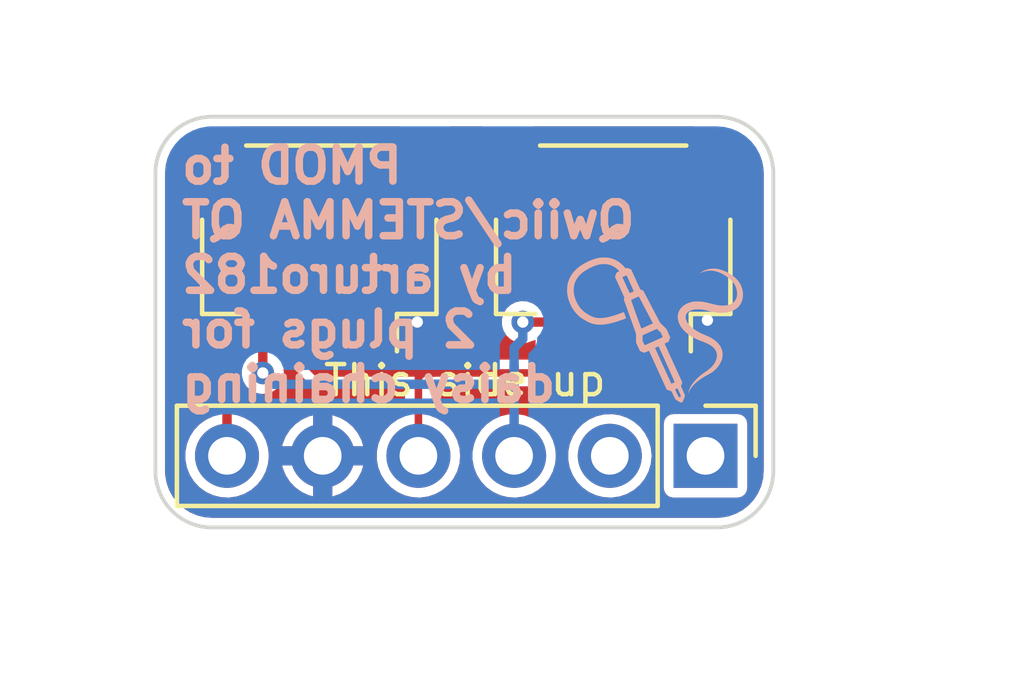
<source format=kicad_pcb>
(kicad_pcb (version 20201116) (generator pcbnew)
  (layers (0 "F.Cu" signal) (31 "B.Cu" signal) (34 "B.Paste" user) (35 "F.Paste" user) (36 "B.SilkS" user "B.Silkscreen") (37 "F.SilkS" user "F.Silkscreen") (38 "B.Mask" user) (39 "F.Mask" user) (44 "Edge.Cuts" user))
  (net 0 "")
  (net 1 "GND")
  (net 2 "+3V3")
  (net 3 "/SDA")
  (net 4 "/SCL")
  (net 5 "Net-(J1-Pad2)")
  (net 6 "/INT")
  (footprint "Connector_PinHeader_2.54mm:PinHeader_1x06_P2.54mm_Vertical" (layer "F.Cu") (at 154.4 80.8 -90)
    (fp_text reference "J1" hide)
    (fp_text value "PMOD")
    (fp_line (start -1.33 0) (end -1.33 -1.33) (layer "F.SilkS") (width 0.12))
    (fp_line (start -1.33 -1.33) (end 0 -1.33) (layer "F.SilkS") (width 0.12))
    (fp_line (start -1.33 14.03) (end 1.33 14.03) (layer "F.SilkS") (width 0.12))
    (fp_line (start -1.33 1.27) (end -1.33 14.03) (layer "F.SilkS") (width 0.12))
    (fp_line (start 1.33 1.27) (end 1.33 14.03) (layer "F.SilkS") (width 0.12))
    (fp_line (start -1.33 1.27) (end 1.33 1.27) (layer "F.SilkS") (width 0.12))
    (pad "1" thru_hole rect (at 0 0 270) (size 1.7 1.7) (drill 1) (layers *.Cu *.Mask) (net 6 "/INT"))
    (pad "2" thru_hole oval (at 0 2.54 270) (size 1.7 1.7) (drill 1) (layers *.Cu *.Mask) (net 5 "Net-(J1-Pad2)"))
    (pad "3" thru_hole oval (at 0 5.08 270) (size 1.7 1.7) (drill 1) (layers *.Cu *.Mask) (net 4 "/SCL"))
    (pad "4" thru_hole oval (at 0 7.62 270) (size 1.7 1.7) (drill 1) (layers *.Cu *.Mask) (net 3 "/SDA"))
    (pad "5" thru_hole oval (at 0 10.16 270) (size 1.7 1.7) (drill 1) (layers *.Cu *.Mask) (net 1 "GND"))
    (pad "6" thru_hole oval (at 0 12.7 270) (size 1.7 1.7) (drill 1) (layers *.Cu *.Mask) (net 2 "+3V3"))
  )
  (footprint "Connector_JST:JST_SH_SM04B-SRSS-TB_1x04-1MP_P1.00mm_Horizontal" (layer "F.Cu") (at 144.15 75.25 180)
    (fp_text reference "J2" hide)
    (fp_text value "Conn_Stemma_QT")
    (fp_line (start 3.11 0.715) (end 3.11 -1.785) (layer "F.SilkS") (width 0.12))
    (fp_line (start -3.11 -1.785) (end -2.06 -1.785) (layer "F.SilkS") (width 0.12))
    (fp_line (start -3.11 0.715) (end -3.11 -1.785) (layer "F.SilkS") (width 0.12))
    (fp_line (start 3.11 -1.785) (end 2.06 -1.785) (layer "F.SilkS") (width 0.12))
    (fp_line (start -2.06 -1.785) (end -2.06 -2.775) (layer "F.SilkS") (width 0.12))
    (fp_line (start -1.94 2.685) (end 1.94 2.685) (layer "F.SilkS") (width 0.12))
    (pad "1" smd roundrect (at -1.5 -2 180) (size 0.6 1.55) (layers "F.Cu" "F.Paste" "F.Mask") (net 1 "GND"))
    (pad "2" smd roundrect (at -0.5 -2 180) (size 0.6 1.55) (layers "F.Cu" "F.Paste" "F.Mask") (net 2 "+3V3"))
    (pad "3" smd roundrect (at 0.5 -2 180) (size 0.6 1.55) (layers "F.Cu" "F.Paste" "F.Mask") (net 3 "/SDA"))
    (pad "4" smd roundrect (at 1.5 -2 180) (size 0.6 1.55) (layers "F.Cu" "F.Paste" "F.Mask") (net 4 "/SCL"))
    (pad "MP" smd roundrect (at 2.8 1.875 180) (size 1.2 1.8) (layers "F.Cu" "F.Paste" "F.Mask") (roundrect_rratio 0.2083333333333333))
    (pad "MP" smd roundrect (at -2.8 1.875 180) (size 1.2 1.8) (layers "F.Cu" "F.Paste" "F.Mask") (roundrect_rratio 0.2083333333333333))
  )
  (footprint "Connector_JST:JST_SH_SM04B-SRSS-TB_1x04-1MP_P1.00mm_Horizontal" (layer "F.Cu") (at 151.95 75.25 180)
    (fp_text reference "J3" hide)
    (fp_text value "Conn_Stemma_QT")
    (fp_line (start 3.11 0.715) (end 3.11 -1.785) (layer "F.SilkS") (width 0.12))
    (fp_line (start -3.11 -1.785) (end -2.06 -1.785) (layer "F.SilkS") (width 0.12))
    (fp_line (start -1.94 2.685) (end 1.94 2.685) (layer "F.SilkS") (width 0.12))
    (fp_line (start -2.06 -1.785) (end -2.06 -2.775) (layer "F.SilkS") (width 0.12))
    (fp_line (start -3.11 0.715) (end -3.11 -1.785) (layer "F.SilkS") (width 0.12))
    (fp_line (start 3.11 -1.785) (end 2.06 -1.785) (layer "F.SilkS") (width 0.12))
    (pad "1" smd roundrect (at -1.5 -2 180) (size 0.6 1.55) (layers "F.Cu" "F.Paste" "F.Mask") (net 1 "GND"))
    (pad "2" smd roundrect (at -0.5 -2 180) (size 0.6 1.55) (layers "F.Cu" "F.Paste" "F.Mask") (net 2 "+3V3"))
    (pad "3" smd roundrect (at 0.5 -2 180) (size 0.6 1.55) (layers "F.Cu" "F.Paste" "F.Mask") (net 3 "/SDA"))
    (pad "4" smd roundrect (at 1.5 -2 180) (size 0.6 1.55) (layers "F.Cu" "F.Paste" "F.Mask") (net 4 "/SCL"))
    (pad "MP" smd roundrect (at 2.8 1.875 180) (size 1.2 1.8) (layers "F.Cu" "F.Paste" "F.Mask") (roundrect_rratio 0.2083333333333333))
    (pad "MP" smd roundrect (at -2.8 1.875 180) (size 1.2 1.8) (layers "F.Cu" "F.Paste" "F.Mask") (roundrect_rratio 0.2083333333333333))
  )
  (footprint "Symbols_Extra:SolderParty-New-Logo_5x4.2mm_SilkScreen" (layer "B.Cu") (at 152.9 77.3 180)
    (fp_text reference "G***" hide)
    (fp_text value "LOGO" hide)
    (fp_poly (pts (xy -1.659402 1.467807) (xy -1.588256 1.458206) (xy -1.519874 1.43961) (xy -1.453089 1.411698) (xy -1.386738 1.374149) (xy -1.383751 1.372232) (xy -1.364433 1.359346) (xy -1.353554 1.351074) (xy -1.351181 1.3475) (xy -1.357382 1.348711) (xy -1.36875 1.353263) (xy -1.400607 1.366828) (xy -1.426134 1.37702) (xy -1.448008 1.384814) (xy -1.468903 1.391187) (xy -1.483243 1.395034) (xy -1.558942 1.409927) (xy -1.632463 1.415102) (xy -1.703958 1.410567) (xy -1.723096 1.407652) (xy -1.798972 1.390048) (xy -1.874526 1.363288) (xy -1.950061 1.327208) (xy -2.025883 1.281648) (xy -2.102295 1.226448) (xy -2.166305 1.173264) (xy -2.21714 1.122359) (xy -2.259165 1.066726) (xy -2.29242 1.006294) (xy -2.316942 0.940995) (xy -2.332767 0.870761) (xy -2.333247 0.867671) (xy -2.338517 0.806089) (xy -2.335079 0.749099) (xy -2.323241 0.696973) (xy -2.303313 0.649979) (xy -2.275604 0.608388) (xy -2.240424 0.572471) (xy -2.198081 0.542497) (xy -2.148885 0.518736) (xy -2.093146 0.501459) (xy -2.031172 0.490936) (xy -1.963273 0.487437) (xy -1.901103 0.49019) (xy -1.871361 0.493096) (xy -1.842098 0.496841) (xy -1.811767 0.501735) (xy -1.778822 0.508086) (xy -1.741718 0.516204) (xy -1.69891 0.526399) (xy -1.648851 0.538979) (xy -1.62 0.54642) (xy -1.565151 0.56037) (xy -1.518032 0.571598) (xy -1.476837 0.580378) (xy -1.439756 0.586984) (xy -1.40498 0.59169) (xy -1.370699 0.59477) (xy -1.335106 0.596499) (xy -1.296392 0.597149) (xy -1.285 0.597176) (xy -1.249741 0.597049) (xy -1.222226 0.596553) (xy -1.200203 0.595492) (xy -1.181418 0.593671) (xy -1.163617 0.590896) (xy -1.144547 0.586972) (xy -1.131096 0.583876) (xy -1.062048 0.563692) (xy -0.998812 0.537248) (xy -0.94194 0.504996) (xy -0.891982 0.467386) (xy -0.849488 0.424869) (xy -0.81501 0.377896) (xy -0.789098 0.326916) (xy -0.777964 0.294845) (xy -0.765546 0.234571) (xy -0.762815 0.173592) (xy -0.769519 0.112338) (xy -0.785412 0.051237) (xy -0.810241 -0.00928) (xy -0.843759 -0.068784) (xy -0.885716 -0.126846) (xy -0.935862 -0.183038) (xy -0.993948 -0.236929) (xy -1.059725 -0.28809) (xy -1.132942 -0.336091) (xy -1.150635 -0.346539) (xy -1.21419 -0.380607) (xy -1.286948 -0.414599) (xy -1.368116 -0.448156) (xy -1.4125 -0.464989) (xy -1.477078 -0.489864) (xy -1.53298 -0.513828) (xy -1.581403 -0.537553) (xy -1.623548 -0.56171) (xy -1.660611 -0.586968) (xy -1.693792 -0.613999) (xy -1.715577 -0.63456) (xy -1.751723 -0.676974) (xy -1.778336 -0.72228) (xy -1.795391 -0.770275) (xy -1.802866 -0.820756) (xy -1.800735 -0.873518) (xy -1.788975 -0.928359) (xy -1.767561 -0.985075) (xy -1.759183 -1.00256) (xy -1.730392 -1.053324) (xy -1.6965 -1.100478) (xy -1.656455 -1.145132) (xy -1.609201 -1.188396) (xy -1.553684 -1.231382) (xy -1.519323 -1.255257) (xy -1.466211 -1.291545) (xy -1.420161 -1.324488) (xy -1.379439 -1.355503) (xy -1.342313 -1.386006) (xy -1.307049 -1.417414) (xy -1.271916 -1.451143) (xy -1.24 -1.483589) (xy -1.189066 -1.540422) (xy -1.145134 -1.597626) (xy -1.108662 -1.654407) (xy -1.080107 -1.709969) (xy -1.059928 -1.763516) (xy -1.048582 -1.814254) (xy -1.048267 -1.816608) (xy -1.047038 -1.83112) (xy -1.047593 -1.839448) (xy -1.049627 -1.840265) (xy -1.052278 -1.834111) (xy -1.05489 -1.82558) (xy -1.058969 -1.812055) (xy -1.060228 -1.807856) (xy -1.074505 -1.771796) (xy -1.0965 -1.732042) (xy -1.125278 -1.689916) (xy -1.159905 -1.64674) (xy -1.199446 -1.603836) (xy -1.216155 -1.587309) (xy -1.273306 -1.53593) (xy -1.335944 -1.486827) (xy -1.40525 -1.439179) (xy -1.482403 -1.392164) (xy -1.55 -1.354758) (xy -1.578649 -1.339221) (xy -1.608082 -1.322764) (xy -1.635442 -1.307018) (xy -1.657868 -1.293612) (xy -1.664526 -1.289456) (xy -1.694347 -1.268267) (xy -1.727518 -1.240944) (xy -1.761774 -1.209628) (xy -1.79485 -1.176463) (xy -1.824484 -1.14359) (xy -1.842849 -1.120732) (xy -1.86525 -1.088052) (xy -1.887534 -1.050282) (xy -1.908167 -1.010428) (xy -1.925612 -0.971496) (xy -1.938333 -0.936494) (xy -1.940189 -0.930183) (xy -1.946867 -0.898839) (xy -1.951464 -0.861857) (xy -1.95384 -0.82254) (xy -1.953856 -0.784191) (xy -1.951373 -0.750112) (xy -1.948514 -0.732562) (xy -1.929685 -0.668098) (xy -1.901453 -0.606925) (xy -1.863902 -0.549167) (xy -1.817114 -0.494951) (xy -1.761173 -0.4444) (xy -1.7525 -0.437533) (xy -1.723518 -0.415695) (xy -1.695243 -0.39615) (xy -1.666096 -0.378044) (xy -1.634498 -0.360522) (xy -1.598868 -0.34273) (xy -1.557629 -0.323812) (xy -1.509199 -0.302914) (xy -1.485 -0.292786) (xy -1.391216 -0.251211) (xy -1.307155 -0.208424) (xy -1.232599 -0.16428) (xy -1.167329 -0.118635) (xy -1.111128 -0.071347) (xy -1.063775 -0.02227) (xy -1.052366 -0.008554) (xy -1.017835 0.039844) (xy -0.992927 0.086832) (xy -0.977521 0.132002) (xy -0.971496 0.174951) (xy -0.97473 0.215271) (xy -0.987101 0.252558) (xy -1.008488 0.286407) (xy -1.038769 0.316411) (xy -1.077822 0.342165) (xy -1.125525 0.363264) (xy -1.167703 0.37599) (xy -1.186749 0.380377) (xy -1.204758 0.383468) (xy -1.224139 0.385467) (xy -1.247298 0.386578) (xy -1.276643 0.387006) (xy -1.2975 0.387022) (xy -1.3325 0.386613) (xy -1.363851 0.385371) (xy -1.393462 0.383012) (xy -1.423241 0.379256) (xy -1.455095 0.37382) (xy -1.490934 0.366421) (xy -1.532665 0.356778) (xy -1.579209 0.345355) (xy -1.645826 0.329445) (xy -1.705216 0.31695) (xy -1.759442 0.307577) (xy -1.810565 0.301031) (xy -1.860645 0.297019) (xy -1.911744 0.295246) (xy -1.931859 0.295099) (xy -2.010498 0.298147) (xy -2.082762 0.307611) (xy -2.150212 0.323824) (xy -2.214413 0.347119) (xy -2.2475 0.362374) (xy -2.305884 0.396246) (xy -2.356462 0.436277) (xy -2.399425 0.482696) (xy -2.434963 0.535731) (xy -2.463267 0.59561) (xy -2.477909 0.638421) (xy -2.486306 0.675516) (xy -2.491916 0.718988) (xy -2.494599 0.765567) (xy -2.494217 0.811986) (xy -2.49063 0.854974) (xy -2.487871 0.872672) (xy -2.470788 0.944713) (xy -2.44686 1.011578) (xy -2.415627 1.07389) (xy -2.376629 1.132272) (xy -2.329406 1.187347) (xy -2.273499 1.239739) (xy -2.208448 1.290071) (xy -2.15249 1.327406) (xy -2.089852 1.363451) (xy -2.022577 1.396077) (xy -1.953567 1.424075) (xy -1.885725 1.446234) (xy -1.84 1.457727) (xy -1.820161 1.46109) (xy -1.793747 1.46428) (xy -1.764183 1.466941) (xy -1.734893 1.468715) (xy -1.734476 1.468733)) (layer "B.SilkS") (width 0) (fill solid))
    (fp_poly (pts (xy 1.253353 1.762028) (xy 1.296055 1.759008) (xy 1.333588 1.754479) (xy 1.3525 1.751066) (xy 1.42621 1.732182) (xy 1.503841 1.706193) (xy 1.583279 1.673969) (xy 1.662409 1.636377) (xy 1.739116 1.594289) (xy 1.751041 1.587185) (xy 1.834447 1.532108) (xy 1.908879 1.472827) (xy 1.974302 1.409387) (xy 2.030681 1.341835) (xy 2.077982 1.270215) (xy 2.116168 1.194572) (xy 2.145205 1.114954) (xy 2.160213 1.056203) (xy 2.166309 1.019522) (xy 2.17078 0.976222) (xy 2.173492 0.929577) (xy 2.174313 0.882858) (xy 2.173109 0.839338) (xy 2.170361 0.807039) (xy 2.154246 0.715112) (xy 2.128714 0.623928) (xy 2.094331 0.534837) (xy 2.05166 0.44919) (xy 2.001267 0.368338) (xy 1.968051 0.323315) (xy 1.941965 0.292163) (xy 1.911718 0.259417) (xy 1.879651 0.227395) (xy 1.848104 0.198413) (xy 1.81942 0.174788) (xy 1.813587 0.170439) (xy 1.789621 0.153861) (xy 1.759744 0.134527) (xy 1.726294 0.11383) (xy 1.69161 0.093161) (xy 1.65803 0.073913) (xy 1.627894 0.057478) (xy 1.603539 0.045248) (xy 1.6025 0.044765) (xy 1.538116 0.018631) (xy 1.471779 -0.000894) (xy 1.40283 -0.013799) (xy 1.330608 -0.020073) (xy 1.254453 -0.019703) (xy 1.173707 -0.012679) (xy 1.08771 0.001011) (xy 0.995801 0.021378) (xy 0.897321 0.048435) (xy 0.8675 0.057515) (xy 0.845038 0.064706) (xy 0.817969 0.073709) (xy 0.787756 0.084003) (xy 0.755865 0.095065) (xy 0.72376 0.106373) (xy 0.692906 0.117404) (xy 0.664767 0.127637) (xy 0.64081 0.13655) (xy 0.622498 0.14362) (xy 0.611296 0.148325) (xy 0.608576 0.149814) (xy 0.609327 0.155015) (xy 0.612992 0.167687) (xy 0.618904 0.185964) (xy 0.626396 0.207977) (xy 0.634804 0.231859) (xy 0.643461 0.255743) (xy 0.651701 0.277761) (xy 0.658857 0.296046) (xy 0.664264 0.30873) (xy 0.667058 0.313787) (xy 0.671982 0.312607) (xy 0.684803 0.308435) (xy 0.70405 0.301781) (xy 0.728253 0.293153) (xy 0.755941 0.28306) (xy 0.757565 0.282462) (xy 0.848878 0.250048) (xy 0.933402 0.222705) (xy 1.012689 0.199983) (xy 1.088288 0.18143) (xy 1.1475 0.169222) (xy 1.186441 0.163378) (xy 1.229524 0.159458) (xy 1.274426 0.157465) (xy 1.318826 0.1574) (xy 1.360401 0.159268) (xy 1.396829 0.163072) (xy 1.425789 0.168813) (xy 1.42599 0.168868) (xy 1.481431 0.186947) (xy 1.537912 0.211055) (xy 1.596741 0.241845) (xy 1.659224 0.279969) (xy 1.6907 0.30093) (xy 1.746796 0.344919) (xy 1.79878 0.396959) (xy 1.846066 0.455792) (xy 1.888069 0.520161) (xy 1.924204 0.588808) (xy 1.953888 0.660475) (xy 1.976533 0.733905) (xy 1.991557 0.807839) (xy 1.998373 0.88102) (xy 1.996397 0.95219) (xy 1.995899 0.957204) (xy 1.984444 1.02886) (xy 1.965245 1.09548) (xy 1.937716 1.15844) (xy 1.901271 1.219117) (xy 1.863035 1.269698) (xy 1.824108 1.31137) (xy 1.77673 1.353047) (xy 1.722414 1.393879) (xy 1.662672 1.433018) (xy 1.599017 1.469616) (xy 1.532962 1.502822) (xy 1.466018 1.53179) (xy 1.3997 1.555669) (xy 1.335518 1.573612) (xy 1.3125 1.5786) (xy 1.275225 1.584086) (xy 1.232747 1.58722) (xy 1.188021 1.588029) (xy 1.144004 1.58654) (xy 1.103652 1.58278) (xy 1.069923 1.576777) (xy 1.068218 1.576357) (xy 1.004878 1.556617) (xy 0.947335 1.530254) (xy 0.893685 1.496206) (xy 0.842022 1.453407) (xy 0.833134 1.445025) (xy 0.816142 1.428414) (xy 0.802425 1.414417) (xy 0.793261 1.404383) (xy 0.789931 1.399662) (xy 0.79 1.399505) (xy 0.79536 1.396574) (xy 0.807296 1.390377) (xy 0.823447 1.382136) (xy 0.827131 1.380272) (xy 0.861763 1.362768) (xy 0.903731 1.250904) (xy 0.654135 0.702638) (xy 0.66244 0.677633) (xy 0.670744 0.652629) (xy 0.508264 0.19898) (xy 0.345785 -0.254668) (xy 0.34404 -0.376133) (xy 0.342296 -0.497598) (xy 0.292746 -0.605119) (xy 0.278595 -0.635688) (xy 0.265673 -0.663344) (xy 0.254616 -0.686747) (xy 0.246057 -0.70456) (xy 0.240633 -0.715443) (xy 0.239126 -0.71812) (xy 0.233064 -0.721912) (xy 0.219579 -0.728175) (xy 0.200673 -0.736034) (xy 0.178588 -0.744529) (xy 0.12212 -0.765459) (xy 0.06231 -0.738063) (xy 0.035603 -0.726211) (xy 0.01677 -0.718801) (xy 0.004886 -0.715525) (xy -0.000976 -0.716071) (xy -0.001537 -0.716655) (xy -0.004102 -0.721915) (xy -0.010535 -0.735697) (xy -0.020569 -0.757415) (xy -0.033934 -0.786485) (xy -0.050365 -0.822319) (xy -0.069592 -0.864334) (xy -0.09135 -0.911944) (xy -0.115369 -0.964564) (xy -0.141383 -1.021608) (xy -0.169124 -1.082492) (xy -0.198324 -1.146629) (xy -0.228716 -1.213435) (xy -0.23728 -1.23227) (xy -0.468987 -1.741898) (xy -0.520744 -1.761476) (xy -0.543006 -1.76962) (xy -0.562868 -1.776385) (xy -0.57784 -1.780951) (xy -0.584486 -1.782455) (xy -0.588925 -1.783938) (xy -0.593649 -1.788069) (xy -0.599284 -1.795952) (xy -0.606455 -1.808689) (xy -0.615787 -1.827383) (xy -0.627906 -1.853138) (xy -0.641986 -1.883865) (xy -0.655714 -1.913767) (xy -0.668481 -1.941085) (xy -0.679571 -1.964323) (xy -0.688267 -1.981989) (xy -0.693852 -1.992586) (xy -0.695 -1.994436) (xy -0.701784 -2.000619) (xy -0.715513 -2.010664) (xy -0.734486 -2.023411) (xy -0.757002 -2.037698) (xy -0.769305 -2.045204) (xy -0.800536 -2.063406) (xy -0.82504 -2.07605) (xy -0.844171 -2.083468) (xy -0.859285 -2.085994) (xy -0.871736 -2.083959) (xy -0.882877 -2.077697) (xy -0.887185 -2.074158) (xy -0.893533 -2.065319) (xy -0.902054 -2.048998) (xy -0.911943 -2.027259) (xy -0.922395 -2.002168) (xy -0.932605 -1.97579) (xy -0.941767 -1.950191) (xy -0.949078 -1.927437) (xy -0.953732 -1.909591) (xy -0.954636 -1.902875) (xy -0.844972 -1.902875) (xy -0.836276 -1.926629) (xy -0.830401 -1.940164) (xy -0.824931 -1.948687) (xy -0.82254 -1.950218) (xy -0.815738 -1.947468) (xy -0.804192 -1.940677) (xy -0.797612 -1.936299) (xy -0.790247 -1.930584) (xy -0.783493 -1.9235) (xy -0.776534 -1.913662) (xy -0.768557 -1.899688) (xy -0.758744 -1.880193) (xy -0.74628 -1.853793) (xy -0.736564 -1.832695) (xy -0.723923 -1.804926) (xy -0.712833 -1.780233) (xy -0.703933 -1.760064) (xy -0.69786 -1.745869) (xy -0.695254 -1.739095) (xy -0.695202 -1.738817) (xy -0.699243 -1.735168) (xy -0.709596 -1.729188) (xy -0.723306 -1.722303) (xy -0.737418 -1.715937) (xy -0.748977 -1.711517) (xy -0.754234 -1.710337) (xy -0.757367 -1.714689) (xy -0.763884 -1.726855) (xy -0.773129 -1.7455) (xy -0.784445 -1.769289) (xy -0.797176 -1.796886) (xy -0.801577 -1.806606) (xy -0.844972 -1.902875) (xy -0.954636 -1.902875) (xy -0.955 -1.900177) (xy -0.952956 -1.891407) (xy -0.947176 -1.874905) (xy -0.938188 -1.851985) (xy -0.926521 -1.823961) (xy -0.912703 -1.792148) (xy -0.901739 -1.76768) (xy -0.848478 -1.650287) (xy -0.866745 -1.601033) (xy -0.885011 -1.551779) (xy -0.882049 -1.545311) (xy -0.681605 -1.545311) (xy -0.675643 -1.548768) (xy -0.663233 -1.554946) (xy -0.646954 -1.562662) (xy -0.629385 -1.57073) (xy -0.613104 -1.577967) (xy -0.600691 -1.583187) (xy -0.594747 -1.585206) (xy -0.592345 -1.580766) (xy -0.586086 -1.567815) (xy -0.576248 -1.54695) (xy -0.563105 -1.51877) (xy -0.546932 -1.483871) (xy -0.528005 -1.442851) (xy -0.506599 -1.396308) (xy -0.48299 -1.34484) (xy -0.457453 -1.289044) (xy -0.430263 -1.229517) (xy -0.401695 -1.166858) (xy -0.376484 -1.111469) (xy -0.160974 -0.637625) (xy -0.206183 -0.616234) (xy -0.225286 -0.607375) (xy -0.240642 -0.600597) (xy -0.250282 -0.596747) (xy -0.252563 -0.59623) (xy -0.255607 -0.601899) (xy -0.262359 -0.61586) (xy -0.272488 -0.63738) (xy -0.285664 -0.665731) (xy -0.301557 -0.700181) (xy -0.319837 -0.74) (xy -0.340173 -0.784457) (xy -0.362236 -0.832823) (xy -0.385695 -0.884366) (xy -0.410219 -0.938357) (xy -0.435479 -0.994064) (xy -0.461145 -1.050758) (xy -0.486886 -1.107708) (xy -0.512372 -1.164184) (xy -0.537273 -1.219455) (xy -0.561259 -1.27279) (xy -0.583999 -1.32346) (xy -0.605163 -1.370734) (xy -0.624422 -1.413881) (xy -0.641444 -1.452171) (xy -0.655901 -1.484874) (xy -0.66746 -1.511259) (xy -0.675793 -1.530596) (xy -0.68057 -1.542154) (xy -0.681605 -1.545311) (xy -0.882049 -1.545311) (xy -0.649689 -1.037925) (xy -0.618776 -0.970349) (xy -0.589095 -0.905324) (xy -0.560907 -0.843424) (xy -0.534471 -0.785228) (xy -0.510046 -0.73131) (xy -0.487891 -0.682246) (xy -0.468266 -0.638613) (xy -0.45143 -0.600986) (xy -0.437644 -0.569943) (xy -0.427165 -0.546057) (xy -0.420255 -0.529907) (xy -0.417171 -0.522066) (xy -0.417044 -0.521393) (xy -0.422424 -0.518355) (xy -0.434965 -0.512166) (xy -0.452704 -0.503775) (xy -0.470444 -0.4956) (xy -0.521168 -0.472484) (xy -0.542882 -0.414072) (xy -0.564596 -0.355659) (xy -0.561099 -0.347802) (xy -0.362927 -0.347802) (xy -0.362843 -0.348893) (xy -0.357448 -0.351865) (xy -0.344033 -0.358388) (xy -0.323642 -0.367994) (xy -0.297315 -0.380213) (xy -0.266093 -0.394574) (xy -0.231019 -0.410608) (xy -0.193134 -0.427844) (xy -0.153479 -0.445813) (xy -0.113095 -0.464046) (xy -0.073025 -0.482072) (xy -0.03431 -0.499421) (xy 0.002008 -0.515623) (xy 0.034889 -0.530209) (xy 0.06329 -0.542709) (xy 0.08617 -0.552652) (xy 0.102488 -0.55957) (xy 0.111202 -0.562991) (xy 0.11235 -0.563271) (xy 0.116165 -0.558433) (xy 0.123072 -0.546235) (xy 0.132122 -0.528467) (xy 0.142366 -0.506919) (xy 0.14337 -0.504733) (xy 0.16954 -0.447588) (xy 0.16977 -0.374447) (xy 0.17 -0.301305) (xy 0.05625 -0.249886) (xy 0.019372 -0.233212) (xy -0.01958 -0.215593) (xy -0.058045 -0.198188) (xy -0.093458 -0.182157) (xy -0.123256 -0.16866) (xy -0.132225 -0.164595) (xy -0.20695 -0.130723) (xy -0.255312 -0.175322) (xy -0.273837 -0.192516) (xy -0.289948 -0.207679) (xy -0.302071 -0.219313) (xy -0.308634 -0.225923) (xy -0.309051 -0.2264) (xy -0.313736 -0.234066) (xy -0.320824 -0.248017) (xy -0.329408 -0.266184) (xy -0.338577 -0.286497) (xy -0.347422 -0.306885) (xy -0.355035 -0.325279) (xy -0.360506 -0.339608) (xy -0.362927 -0.347802) (xy -0.561099 -0.347802) (xy -0.4675 -0.137527) (xy -0.381245 -0.05251) (xy -0.310752 0.01697) (xy -0.104452 0.01697) (xy 0.046524 -0.051379) (xy 0.082805 -0.067698) (xy 0.116243 -0.082534) (xy 0.145736 -0.095414) (xy 0.170182 -0.105865) (xy 0.188481 -0.113416) (xy 0.199529 -0.117591) (xy 0.20233 -0.118265) (xy 0.204738 -0.11344) (xy 0.21024 -0.099907) (xy 0.218574 -0.07838) (xy 0.229474 -0.049572) (xy 0.242676 -0.014195) (xy 0.257915 0.027037) (xy 0.274928 0.07341) (xy 0.29345 0.124212) (xy 0.313216 0.17873) (xy 0.333962 0.23625) (xy 0.34085 0.255411) (xy 0.361801 0.313857) (xy 0.381719 0.369647) (xy 0.400349 0.422053) (xy 0.417439 0.470353) (xy 0.432734 0.513822) (xy 0.44598 0.551735) (xy 0.456924 0.583368) (xy 0.465311 0.607996) (xy 0.470889 0.624895) (xy 0.473403 0.63334) (xy 0.47352 0.634135) (xy 0.468872 0.63812) (xy 0.456686 0.645175) (xy 0.438556 0.654572) (xy 0.416077 0.665587) (xy 0.390844 0.677492) (xy 0.364453 0.689563) (xy 0.338498 0.701074) (xy 0.314574 0.711299) (xy 0.294276 0.719512) (xy 0.279199 0.724987) (xy 0.270939 0.726999) (xy 0.269961 0.726759) (xy 0.26707 0.721749) (xy 0.259928 0.708594) (xy 0.248916 0.688012) (xy 0.234414 0.660722) (xy 0.2168 0.627445) (xy 0.196457 0.588898) (xy 0.173764 0.545801) (xy 0.149101 0.498873) (xy 0.122848 0.448833) (xy 0.102547 0.410081) (xy 0.074759 0.357023) (xy 0.047838 0.30565) (xy 0.022221 0.256794) (xy -0.001656 0.211289) (xy -0.023354 0.169967) (xy -0.042435 0.133661) (xy -0.058464 0.103205) (xy -0.071001 0.07943) (xy -0.07961 0.06317) (xy -0.082775 0.057244) (xy -0.104452 0.01697) (xy -0.310752 0.01697) (xy -0.294989 0.032506) (xy -0.070904 0.460091) (xy 0.141958 0.866259) (xy 0.407201 0.866259) (xy 0.413374 0.862492) (xy 0.426283 0.85596) (xy 0.443477 0.847779) (xy 0.462506 0.839063) (xy 0.480919 0.830926) (xy 0.496266 0.824482) (xy 0.506097 0.820846) (xy 0.507981 0.820425) (xy 0.511105 0.824781) (xy 0.5179 0.837362) (xy 0.527931 0.85727) (xy 0.540768 0.88361) (xy 0.555976 0.915483) (xy 0.573124 0.951992) (xy 0.591779 0.992242) (xy 0.609451 1.030817) (xy 0.628932 1.073667) (xy 0.647025 1.11365) (xy 0.663329 1.149866) (xy 0.67744 1.181411) (xy 0.688957 1.207384) (xy 0.697477 1.226882) (xy 0.702599 1.239003) (xy 0.703969 1.24286) (xy 0.697066 1.247034) (xy 0.683747 1.253389) (xy 0.666256 1.261021) (xy 0.646837 1.269026) (xy 0.627734 1.2765) (xy 0.611191 1.282542) (xy 0.599453 1.286246) (xy 0.594819 1.286804) (xy 0.591317 1.280756) (xy 0.584419 1.26686) (xy 0.574618 1.246221) (xy 0.562406 1.219943) (xy 0.548276 1.189133) (xy 0.532721 1.154893) (xy 0.516235 1.11833) (xy 0.499309 1.080547) (xy 0.482436 1.04265) (xy 0.466111 1.005743) (xy 0.450824 0.970931) (xy 0.43707 0.939319) (xy 0.425341 0.912012) (xy 0.416131 0.890113) (xy 0.409931 0.87473) (xy 0.407235 0.866964) (xy 0.407201 0.866259) (xy 0.141958 0.866259) (xy 0.153182 0.887675) (xy 0.188683 0.900186) (xy 0.206389 0.906753) (xy 0.220376 0.912546) (xy 0.227951 0.916438) (xy 0.228342 0.916763) (xy 0.231125 0.921941) (xy 0.237664 0.935406) (xy 0.247579 0.956339) (xy 0.26049 0.983923) (xy 0.276014 1.017339) (xy 0.293773 1.055767) (xy 0.313386 1.09839) (xy 0.334471 1.144389) (xy 0.3525 1.183847) (xy 0.4725 1.446866) (xy 0.53 1.46872) (xy 0.554107 1.4778) (xy 0.570894 1.483665) (xy 0.582375 1.486683) (xy 0.590566 1.487222) (xy 0.597483 1.48565) (xy 0.605 1.4824) (xy 0.6225 1.474225) (xy 0.637273 1.493511) (xy 0.646192 1.50406) (xy 0.660501 1.519735) (xy 0.678445 1.538663) (xy 0.698268 1.558974) (xy 0.704773 1.56551) (xy 0.766779 1.621165) (xy 0.832462 1.667638) (xy 0.90245 1.70527) (xy 0.977373 1.734405) (xy 1.05 1.753743) (xy 1.080964 1.758592) (xy 1.119287 1.761823) (xy 1.162463 1.763458) (xy 1.207987 1.763519)) (layer "B.SilkS") (width 0) (fill solid))
  )
  (gr_arc (start 154.7 73.3) (end 154.7 71.8) (angle 90) (layer "Edge.Cuts") (width 0.1))
  (gr_line (start 139.8 73.3) (end 139.8 81.2) (layer "Edge.Cuts") (width 0.1))
  (gr_line (start 141.3 82.7) (end 154.7 82.7) (layer "Edge.Cuts") (width 0.1))
  (gr_line (start 156.2 81.2) (end 156.2 73.3) (layer "Edge.Cuts") (width 0.1))
  (gr_arc (start 141.3 73.3) (end 139.8 73.3) (angle 90) (layer "Edge.Cuts") (width 0.1))
  (gr_arc (start 141.3 81.2) (end 141.3 82.7) (angle 90) (layer "Edge.Cuts") (width 0.1))
  (gr_line (start 154.7 71.8) (end 141.3 71.8) (layer "Edge.Cuts") (width 0.1))
  (gr_arc (start 154.7 81.2) (end 156.2 81.2) (angle 90) (layer "Edge.Cuts") (width 0.1))
  (gr_text "PMOD to\nQwiic/STEMMA QT\nby arturo182\n2 plugs for\ndaisy chaining" (at 140.4 76) (layer "B.SilkS") (effects (font (size 0.9 0.9) (thickness 0.2)) (justify right mirror)))
  (gr_text "This side up" (at 144.2 78.8) (layer "F.SilkS") (effects (font (size 0.8 0.8) (thickness 0.12)) (justify left)))
  (via (at 154.45 77.2) (size 0.6) (drill 0.3) (layers "F.Cu" "B.Cu") (net 1))
  (via (at 146.75 77.25) (size 0.6) (drill 0.3) (layers "F.Cu" "B.Cu") (net 1))
  (segment (start 141.7 76.6) (end 142.3 76) (width 0.25) (layer "F.Cu") (net 2))
  (segment (start 142.3 76) (end 144.175 76) (width 0.25) (layer "F.Cu") (net 2))
  (segment (start 152.45 76.25) (end 152.2 76) (width 0.25) (layer "F.Cu") (net 2))
  (segment (start 141.7 80.8) (end 141.7 76.6) (width 0.25) (layer "F.Cu") (net 2))
  (segment (start 144.175 76) (end 144.3 76) (width 0.25) (layer "F.Cu") (net 2))
  (segment (start 152.45 77.25) (end 152.45 76.25) (width 0.25) (layer "F.Cu") (net 2))
  (segment (start 144.3 76) (end 144.65 76.35) (width 0.25) (layer "F.Cu") (net 2))
  (segment (start 144.65 76.35) (end 144.65 77.25) (width 0.25) (layer "F.Cu") (net 2))
  (segment (start 152.2 76) (end 144.175 76) (width 0.25) (layer "F.Cu") (net 2))
  (segment (start 151.45 77.25) (end 151.45 78.15) (width 0.2) (layer "F.Cu") (net 3))
  (segment (start 151.45 78.15) (end 151 78.6) (width 0.2) (layer "F.Cu") (net 3))
  (segment (start 151 78.6) (end 147.2 78.6) (width 0.2) (layer "F.Cu") (net 3))
  (segment (start 147.2 78.6) (end 146.9 78.6) (width 0.2) (layer "F.Cu") (net 3))
  (segment (start 143.65 77.25) (end 143.65 78.15) (width 0.2) (layer "F.Cu") (net 3))
  (segment (start 144.1 78.6) (end 147.2 78.6) (width 0.2) (layer "F.Cu") (net 3))
  (segment (start 143.65 78.15) (end 144.1 78.6) (width 0.2) (layer "F.Cu") (net 3))
  (segment (start 146.9 78.6) (end 146.78 78.72) (width 0.2) (layer "F.Cu") (net 3))
  (segment (start 146.78 78.72) (end 146.78 80.8) (width 0.2) (layer "F.Cu") (net 3))
  (segment (start 146.8 80.82) (end 146.78 80.8) (width 0.2) (layer "B.Cu") (net 3))
  (segment (start 150.45 77.25) (end 149.55 77.25) (width 0.25) (layer "F.Cu") (net 4))
  (segment (start 142.65 77.25) (end 142.65 78.6) (width 0.25) (layer "F.Cu") (net 4))
  (via (at 149.55 77.25) (size 0.6) (drill 0.3) (layers "F.Cu" "B.Cu") (net 4))
  (via (at 142.65 78.6) (size 0.6) (drill 0.3) (layers "F.Cu" "B.Cu") (net 4))
  (segment (start 142.95 78.9) (end 149.07 78.9) (width 0.25) (layer "B.Cu") (net 4))
  (segment (start 149.55 77.25) (end 149.55 77.7) (width 0.25) (layer "B.Cu") (net 4))
  (segment (start 149.55 77.7) (end 149.32 77.93) (width 0.25) (layer "B.Cu") (net 4))
  (segment (start 149.32 78.42) (end 149.32 77.93) (width 0.25) (layer "B.Cu") (net 4))
  (segment (start 149.32 78.65) (end 149.32 78.42) (width 0.25) (layer "B.Cu") (net 4))
  (segment (start 149.07 78.9) (end 149.32 78.65) (width 0.25) (layer "B.Cu") (net 4))
  (segment (start 149.32 80.8) (end 149.32 78.42) (width 0.25) (layer "B.Cu") (net 4))
  (segment (start 142.65 78.6) (end 142.95 78.9) (width 0.25) (layer "B.Cu") (net 4))
  (zone (net 1) (net_name "GND") (layers F&B.Cu) (connect_pads (clearance 0.254)) (min_thickness 0.254) (fill yes (thermal_gap 0.254) (thermal_bridge_width 0.508))
    (polygon (pts (xy 156.5 83) (xy 139.5 83) (xy 139.5 71.5) (xy 156.5 71.5)))
  )
)
</source>
